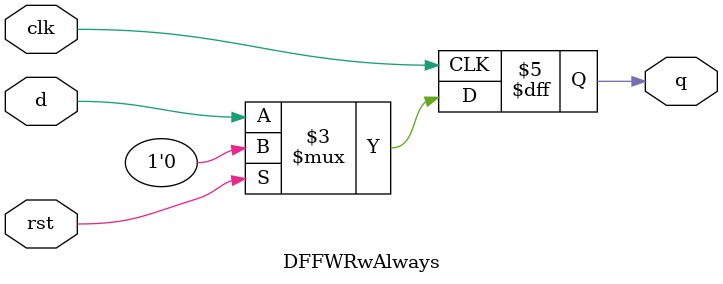
<source format=v>
`timescale 1ns/1ns
module DFFWRwAlways(input d, rst, clk, output reg q);
	always@(negedge clk) begin
		if(rst)
			#30 q <= 1'b0;
		else
			#30 q <= d;
	end
endmodule
	

</source>
